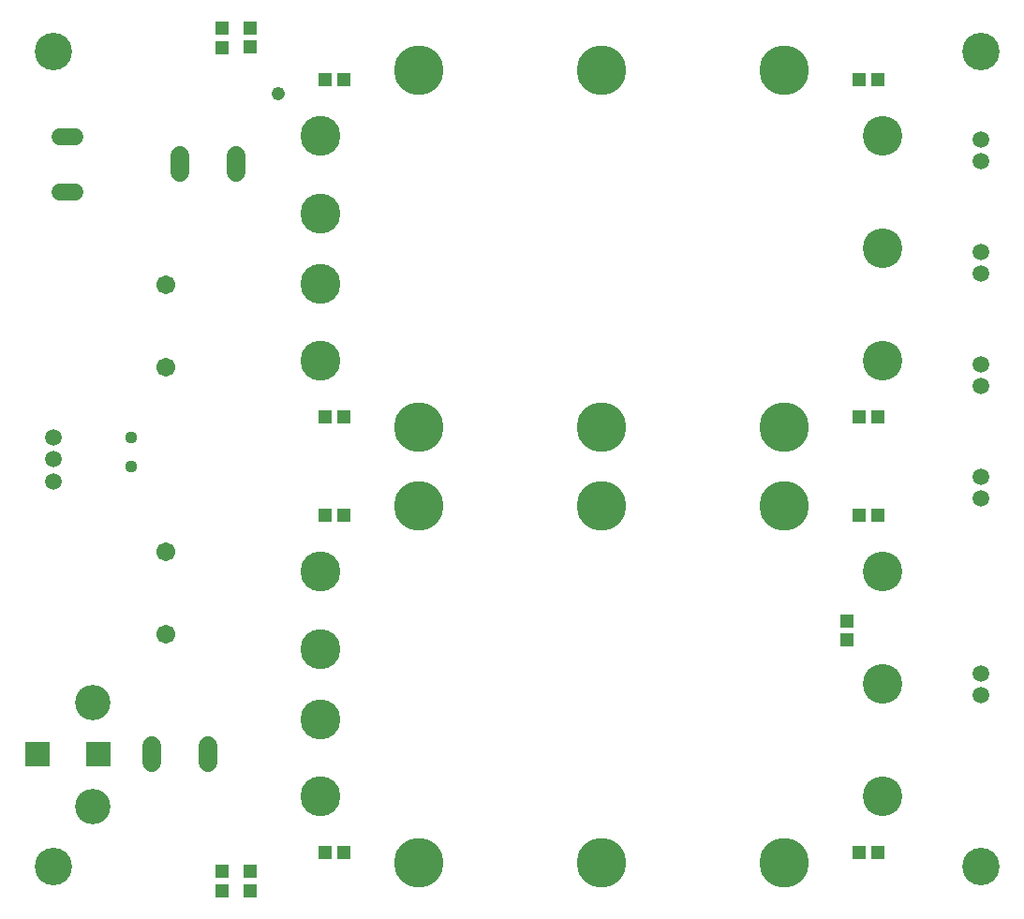
<source format=gts>
G75*
G70*
%OFA0B0*%
%FSLAX24Y24*%
%IPPOS*%
%LPD*%
%AMOC8*
5,1,8,0,0,1.08239X$1,22.5*
%
%ADD10C,0.1330*%
%ADD11C,0.1421*%
%ADD12C,0.1409*%
%ADD13C,0.1763*%
%ADD14R,0.0513X0.0474*%
%ADD15C,0.0674*%
%ADD16R,0.0907X0.0907*%
%ADD17C,0.1261*%
%ADD18C,0.0595*%
%ADD19C,0.0595*%
%ADD20C,0.0680*%
%ADD21C,0.0476*%
%ADD22C,0.0437*%
D10*
X008343Y003808D03*
X041343Y003808D03*
X041343Y032808D03*
X008343Y032808D03*
D11*
X017843Y029808D03*
X017843Y027056D03*
X017843Y024556D03*
X017843Y021808D03*
X017843Y014308D03*
X017843Y011556D03*
X017843Y009056D03*
X017843Y006308D03*
D12*
X037843Y006308D03*
X037843Y010308D03*
X037843Y014308D03*
X037843Y021808D03*
X037843Y025808D03*
X037843Y029808D03*
D13*
X034343Y032158D03*
X027843Y032158D03*
X021343Y032158D03*
X021343Y019458D03*
X021343Y016658D03*
X027843Y016658D03*
X027843Y019458D03*
X034343Y019458D03*
X034343Y016658D03*
X034343Y003958D03*
X027843Y003958D03*
X021343Y003958D03*
D14*
X018678Y004308D03*
X018009Y004308D03*
X015343Y003643D03*
X015343Y002973D03*
X014343Y002973D03*
X014343Y003643D03*
X018009Y016308D03*
X018678Y016308D03*
X018678Y019808D03*
X018009Y019808D03*
X018009Y031808D03*
X018678Y031808D03*
X015343Y032981D03*
X015343Y033650D03*
X014343Y033643D03*
X014343Y032973D03*
X037009Y031808D03*
X037678Y031808D03*
X037678Y019808D03*
X037009Y019808D03*
X037009Y016308D03*
X037678Y016308D03*
X036580Y012572D03*
X036580Y011903D03*
X037009Y004308D03*
X037678Y004308D03*
D15*
X012343Y012082D03*
X012343Y015034D03*
X012343Y021582D03*
X012343Y024534D03*
D16*
X009926Y007808D03*
X007761Y007808D03*
D17*
X009745Y009658D03*
X009745Y005958D03*
D18*
X008343Y017521D03*
X008343Y018308D03*
X008343Y019095D03*
X041343Y017702D03*
X041343Y016914D03*
X041343Y020914D03*
X041343Y021702D03*
X041343Y024914D03*
X041343Y025702D03*
X041343Y028914D03*
X041343Y029702D03*
X041343Y010702D03*
X041343Y009914D03*
D19*
X009101Y027824D02*
X008586Y027824D01*
X008586Y029792D02*
X009101Y029792D01*
D20*
X012843Y029108D02*
X012843Y028508D01*
X014843Y028508D02*
X014843Y029108D01*
X013843Y008108D02*
X013843Y007508D01*
X011843Y007508D02*
X011843Y008108D01*
D21*
X016343Y031308D03*
D22*
X011093Y019095D03*
X011093Y018058D03*
M02*

</source>
